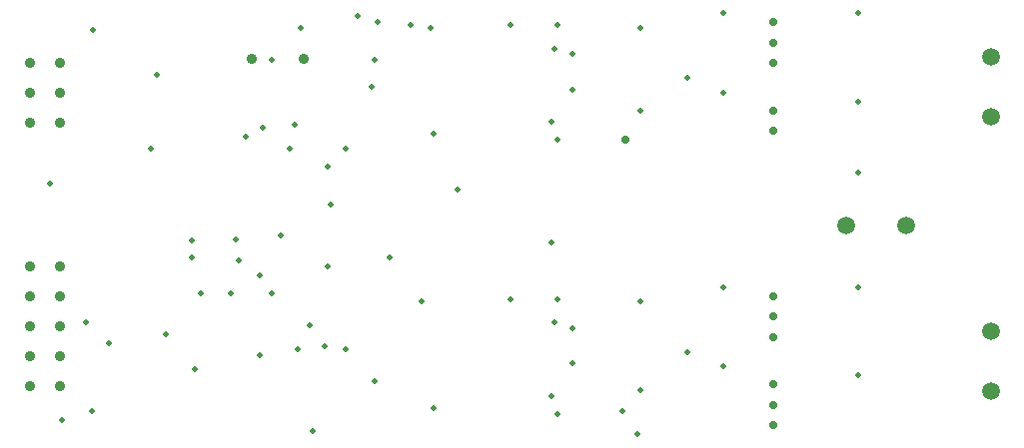
<source format=gbr>
%FSDAX33Y33*%
%MOMM*%
%SFA1B1*%

%IPPOS*%
%ADD9500C,0.499999*%
%ADD9501C,0.711200*%
%ADD9502C,0.900001*%
%ADD9503C,1.500000*%
%LNgrb_drill-1*%
%LPD*%
G54D9502*
X035319Y024317D03*
Y026857D03*
Y029397D03*
Y031937D03*
Y034477D03*
Y046647D03*
Y049187D03*
Y051727D03*
X037859Y024317D03*
Y026857D03*
Y029397D03*
Y031937D03*
Y034477D03*
Y046647D03*
Y049187D03*
Y051727D03*
X054119Y052077D03*
X058519D03*
G54D9503*
X104529Y037977D03*
X109609D03*
X116819Y023937D03*
Y029017D03*
Y047187D03*
Y052267D03*
G54D9500*
X037069Y041477D03*
X038069Y021477D03*
X040069Y029727D03*
X040569Y022227D03*
X040647Y054505D03*
X042069Y027977D03*
X045569Y044477D03*
X046069Y050727D03*
X046819Y028727D03*
X049069Y035200D03*
Y036654D03*
X049319Y025727D03*
X049819Y032227D03*
X052319D03*
X052819Y036727D03*
X053069Y034977D03*
X053596Y045527D03*
X054819Y026977D03*
Y033727D03*
X055069Y046227D03*
X055819Y032227D03*
Y051977D03*
X056569Y037127D03*
X057319Y044477D03*
X057819Y046477D03*
X058069Y027477D03*
X058319Y054727D03*
X059069Y029477D03*
X059319Y020477D03*
X060319Y027727D03*
X060569Y034477D03*
Y042977D03*
X060819Y039727D03*
X062069Y027477D03*
Y044477D03*
X063119Y055727D03*
X064319Y049727D03*
X064569Y024727D03*
Y051977D03*
X064819Y055227D03*
X065819Y035227D03*
X067569Y054977D03*
X068569Y031477D03*
X069319Y054727D03*
X069569Y022477D03*
Y045727D03*
X071569Y040977D03*
X076069Y031727D03*
Y054977D03*
X079569Y023477D03*
Y046727D03*
X079569Y036477D03*
X079819Y029727D03*
Y052977D03*
X080069Y021977D03*
Y045227D03*
X080069Y031727D03*
Y054977D03*
X081319Y026227D03*
Y029227D03*
Y049477D03*
Y052477D03*
X085569Y022227D03*
G54D9501*
X085819Y045227D03*
G54D9500*
X086819Y020227D03*
X087069Y023977D03*
Y031477D03*
Y054727D03*
X087069Y047727D03*
X091069Y027227D03*
Y050477D03*
X094069Y025977D03*
Y032727D03*
Y049227D03*
Y055977D03*
G54D9501*
X098319Y020977D03*
Y022727D03*
Y024477D03*
Y028477D03*
Y030227D03*
Y031977D03*
Y045977D03*
Y047727D03*
Y051727D03*
Y053477D03*
Y055227D03*
G54D9500*
X105569Y025227D03*
Y032727D03*
Y042477D03*
Y048477D03*
Y055977D03*
M02*
</source>
